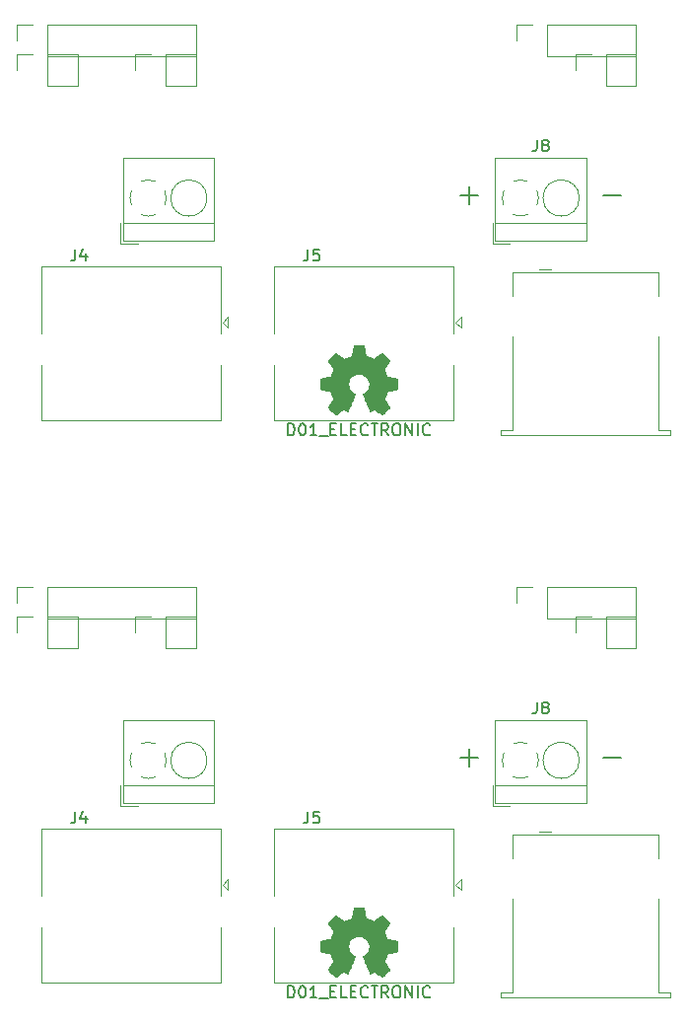
<source format=gbr>
G04 #@! TF.GenerationSoftware,KiCad,Pcbnew,5.1.5-52549c5~86~ubuntu18.04.1*
G04 #@! TF.CreationDate,2020-09-11T14:43:20-05:00*
G04 #@! TF.ProjectId,,58585858-5858-4585-9858-585858585858,rev?*
G04 #@! TF.SameCoordinates,Original*
G04 #@! TF.FileFunction,Legend,Top*
G04 #@! TF.FilePolarity,Positive*
%FSLAX46Y46*%
G04 Gerber Fmt 4.6, Leading zero omitted, Abs format (unit mm)*
G04 Created by KiCad (PCBNEW 5.1.5-52549c5~86~ubuntu18.04.1) date 2020-09-11 14:43:20*
%MOMM*%
%LPD*%
G04 APERTURE LIST*
%ADD10C,0.150000*%
%ADD11C,0.120000*%
%ADD12C,0.010000*%
G04 APERTURE END LIST*
D10*
X151180895Y-110388857D02*
X152704704Y-110388857D01*
X151942800Y-111150761D02*
X151942800Y-109626952D01*
X163449095Y-110388857D02*
X164972904Y-110388857D01*
X136371771Y-130957580D02*
X136371771Y-129957580D01*
X136609866Y-129957580D01*
X136752723Y-130005200D01*
X136847961Y-130100438D01*
X136895580Y-130195676D01*
X136943200Y-130386152D01*
X136943200Y-130529009D01*
X136895580Y-130719485D01*
X136847961Y-130814723D01*
X136752723Y-130909961D01*
X136609866Y-130957580D01*
X136371771Y-130957580D01*
X137562247Y-129957580D02*
X137657485Y-129957580D01*
X137752723Y-130005200D01*
X137800342Y-130052819D01*
X137847961Y-130148057D01*
X137895580Y-130338533D01*
X137895580Y-130576628D01*
X137847961Y-130767104D01*
X137800342Y-130862342D01*
X137752723Y-130909961D01*
X137657485Y-130957580D01*
X137562247Y-130957580D01*
X137467009Y-130909961D01*
X137419390Y-130862342D01*
X137371771Y-130767104D01*
X137324152Y-130576628D01*
X137324152Y-130338533D01*
X137371771Y-130148057D01*
X137419390Y-130052819D01*
X137467009Y-130005200D01*
X137562247Y-129957580D01*
X138847961Y-130957580D02*
X138276533Y-130957580D01*
X138562247Y-130957580D02*
X138562247Y-129957580D01*
X138467009Y-130100438D01*
X138371771Y-130195676D01*
X138276533Y-130243295D01*
X139038438Y-131052819D02*
X139800342Y-131052819D01*
X140038438Y-130433771D02*
X140371771Y-130433771D01*
X140514628Y-130957580D02*
X140038438Y-130957580D01*
X140038438Y-129957580D01*
X140514628Y-129957580D01*
X141419390Y-130957580D02*
X140943200Y-130957580D01*
X140943200Y-129957580D01*
X141752723Y-130433771D02*
X142086057Y-130433771D01*
X142228914Y-130957580D02*
X141752723Y-130957580D01*
X141752723Y-129957580D01*
X142228914Y-129957580D01*
X143228914Y-130862342D02*
X143181295Y-130909961D01*
X143038438Y-130957580D01*
X142943200Y-130957580D01*
X142800342Y-130909961D01*
X142705104Y-130814723D01*
X142657485Y-130719485D01*
X142609866Y-130529009D01*
X142609866Y-130386152D01*
X142657485Y-130195676D01*
X142705104Y-130100438D01*
X142800342Y-130005200D01*
X142943200Y-129957580D01*
X143038438Y-129957580D01*
X143181295Y-130005200D01*
X143228914Y-130052819D01*
X143514628Y-129957580D02*
X144086057Y-129957580D01*
X143800342Y-130957580D02*
X143800342Y-129957580D01*
X144990819Y-130957580D02*
X144657485Y-130481390D01*
X144419390Y-130957580D02*
X144419390Y-129957580D01*
X144800342Y-129957580D01*
X144895580Y-130005200D01*
X144943200Y-130052819D01*
X144990819Y-130148057D01*
X144990819Y-130290914D01*
X144943200Y-130386152D01*
X144895580Y-130433771D01*
X144800342Y-130481390D01*
X144419390Y-130481390D01*
X145609866Y-129957580D02*
X145800342Y-129957580D01*
X145895580Y-130005200D01*
X145990819Y-130100438D01*
X146038438Y-130290914D01*
X146038438Y-130624247D01*
X145990819Y-130814723D01*
X145895580Y-130909961D01*
X145800342Y-130957580D01*
X145609866Y-130957580D01*
X145514628Y-130909961D01*
X145419390Y-130814723D01*
X145371771Y-130624247D01*
X145371771Y-130290914D01*
X145419390Y-130100438D01*
X145514628Y-130005200D01*
X145609866Y-129957580D01*
X146467009Y-130957580D02*
X146467009Y-129957580D01*
X147038438Y-130957580D01*
X147038438Y-129957580D01*
X147514628Y-130957580D02*
X147514628Y-129957580D01*
X148562247Y-130862342D02*
X148514628Y-130909961D01*
X148371771Y-130957580D01*
X148276533Y-130957580D01*
X148133676Y-130909961D01*
X148038438Y-130814723D01*
X147990819Y-130719485D01*
X147943200Y-130529009D01*
X147943200Y-130386152D01*
X147990819Y-130195676D01*
X148038438Y-130100438D01*
X148133676Y-130005200D01*
X148276533Y-129957580D01*
X148371771Y-129957580D01*
X148514628Y-130005200D01*
X148562247Y-130052819D01*
X136371771Y-82697580D02*
X136371771Y-81697580D01*
X136609866Y-81697580D01*
X136752723Y-81745200D01*
X136847961Y-81840438D01*
X136895580Y-81935676D01*
X136943200Y-82126152D01*
X136943200Y-82269009D01*
X136895580Y-82459485D01*
X136847961Y-82554723D01*
X136752723Y-82649961D01*
X136609866Y-82697580D01*
X136371771Y-82697580D01*
X137562247Y-81697580D02*
X137657485Y-81697580D01*
X137752723Y-81745200D01*
X137800342Y-81792819D01*
X137847961Y-81888057D01*
X137895580Y-82078533D01*
X137895580Y-82316628D01*
X137847961Y-82507104D01*
X137800342Y-82602342D01*
X137752723Y-82649961D01*
X137657485Y-82697580D01*
X137562247Y-82697580D01*
X137467009Y-82649961D01*
X137419390Y-82602342D01*
X137371771Y-82507104D01*
X137324152Y-82316628D01*
X137324152Y-82078533D01*
X137371771Y-81888057D01*
X137419390Y-81792819D01*
X137467009Y-81745200D01*
X137562247Y-81697580D01*
X138847961Y-82697580D02*
X138276533Y-82697580D01*
X138562247Y-82697580D02*
X138562247Y-81697580D01*
X138467009Y-81840438D01*
X138371771Y-81935676D01*
X138276533Y-81983295D01*
X139038438Y-82792819D02*
X139800342Y-82792819D01*
X140038438Y-82173771D02*
X140371771Y-82173771D01*
X140514628Y-82697580D02*
X140038438Y-82697580D01*
X140038438Y-81697580D01*
X140514628Y-81697580D01*
X141419390Y-82697580D02*
X140943200Y-82697580D01*
X140943200Y-81697580D01*
X141752723Y-82173771D02*
X142086057Y-82173771D01*
X142228914Y-82697580D02*
X141752723Y-82697580D01*
X141752723Y-81697580D01*
X142228914Y-81697580D01*
X143228914Y-82602342D02*
X143181295Y-82649961D01*
X143038438Y-82697580D01*
X142943200Y-82697580D01*
X142800342Y-82649961D01*
X142705104Y-82554723D01*
X142657485Y-82459485D01*
X142609866Y-82269009D01*
X142609866Y-82126152D01*
X142657485Y-81935676D01*
X142705104Y-81840438D01*
X142800342Y-81745200D01*
X142943200Y-81697580D01*
X143038438Y-81697580D01*
X143181295Y-81745200D01*
X143228914Y-81792819D01*
X143514628Y-81697580D02*
X144086057Y-81697580D01*
X143800342Y-82697580D02*
X143800342Y-81697580D01*
X144990819Y-82697580D02*
X144657485Y-82221390D01*
X144419390Y-82697580D02*
X144419390Y-81697580D01*
X144800342Y-81697580D01*
X144895580Y-81745200D01*
X144943200Y-81792819D01*
X144990819Y-81888057D01*
X144990819Y-82030914D01*
X144943200Y-82126152D01*
X144895580Y-82173771D01*
X144800342Y-82221390D01*
X144419390Y-82221390D01*
X145609866Y-81697580D02*
X145800342Y-81697580D01*
X145895580Y-81745200D01*
X145990819Y-81840438D01*
X146038438Y-82030914D01*
X146038438Y-82364247D01*
X145990819Y-82554723D01*
X145895580Y-82649961D01*
X145800342Y-82697580D01*
X145609866Y-82697580D01*
X145514628Y-82649961D01*
X145419390Y-82554723D01*
X145371771Y-82364247D01*
X145371771Y-82030914D01*
X145419390Y-81840438D01*
X145514628Y-81745200D01*
X145609866Y-81697580D01*
X146467009Y-82697580D02*
X146467009Y-81697580D01*
X147038438Y-82697580D01*
X147038438Y-81697580D01*
X147514628Y-82697580D02*
X147514628Y-81697580D01*
X148562247Y-82602342D02*
X148514628Y-82649961D01*
X148371771Y-82697580D01*
X148276533Y-82697580D01*
X148133676Y-82649961D01*
X148038438Y-82554723D01*
X147990819Y-82459485D01*
X147943200Y-82269009D01*
X147943200Y-82126152D01*
X147990819Y-81935676D01*
X148038438Y-81840438D01*
X148133676Y-81745200D01*
X148276533Y-81697580D01*
X148371771Y-81697580D01*
X148514628Y-81745200D01*
X148562247Y-81792819D01*
X163449095Y-62128857D02*
X164972904Y-62128857D01*
X151180895Y-62128857D02*
X152704704Y-62128857D01*
X151942800Y-62890761D02*
X151942800Y-61366952D01*
D11*
X158600600Y-98386000D02*
X158600600Y-95726000D01*
X158600600Y-98386000D02*
X166280600Y-98386000D01*
X166280600Y-98386000D02*
X166280600Y-95726000D01*
X158600600Y-95726000D02*
X166280600Y-95726000D01*
X156000600Y-95726000D02*
X157330600Y-95726000D01*
X156000600Y-97056000D02*
X156000600Y-95726000D01*
X115700600Y-100926000D02*
X115700600Y-98266000D01*
X115700600Y-100926000D02*
X118300600Y-100926000D01*
X118300600Y-100926000D02*
X118300600Y-98266000D01*
X115700600Y-98266000D02*
X118300600Y-98266000D01*
X113100600Y-98266000D02*
X114430600Y-98266000D01*
X113100600Y-99596000D02*
X113100600Y-98266000D01*
X163680600Y-100926000D02*
X163680600Y-98266000D01*
X163680600Y-100926000D02*
X166280600Y-100926000D01*
X166280600Y-100926000D02*
X166280600Y-98266000D01*
X163680600Y-98266000D02*
X166280600Y-98266000D01*
X161080600Y-98266000D02*
X162410600Y-98266000D01*
X161080600Y-99596000D02*
X161080600Y-98266000D01*
X135150600Y-116436000D02*
X135150600Y-122176000D01*
X150570600Y-116436000D02*
X150570600Y-122176000D01*
X135150600Y-129656000D02*
X150570600Y-129656000D01*
X135150600Y-116436000D02*
X150570600Y-116436000D01*
X135150600Y-124926000D02*
X135150600Y-129656000D01*
X150570600Y-124926000D02*
X150570600Y-129656000D01*
X150730600Y-121246000D02*
X151230600Y-121746000D01*
X151230600Y-120746000D02*
X150730600Y-121246000D01*
X151230600Y-120746000D02*
X151230600Y-121746000D01*
X125860600Y-100926000D02*
X125860600Y-98266000D01*
X125860600Y-100926000D02*
X128460600Y-100926000D01*
X128460600Y-100926000D02*
X128460600Y-98266000D01*
X125860600Y-98266000D02*
X128460600Y-98266000D01*
X123260600Y-98266000D02*
X124590600Y-98266000D01*
X123260600Y-99596000D02*
X123260600Y-98266000D01*
D12*
G36*
X142999014Y-123706931D02*
G01*
X143082835Y-124151555D01*
X143392120Y-124279053D01*
X143701406Y-124406551D01*
X144072446Y-124154246D01*
X144176357Y-124083996D01*
X144270287Y-124021272D01*
X144349852Y-123968938D01*
X144410670Y-123929857D01*
X144448357Y-123906893D01*
X144458621Y-123901942D01*
X144477110Y-123914676D01*
X144516620Y-123949882D01*
X144572722Y-124003062D01*
X144640987Y-124069718D01*
X144716986Y-124145354D01*
X144796292Y-124225472D01*
X144874475Y-124305574D01*
X144947107Y-124381164D01*
X145009759Y-124447745D01*
X145058003Y-124500818D01*
X145087410Y-124535887D01*
X145094441Y-124547623D01*
X145084323Y-124569260D01*
X145055959Y-124616662D01*
X145012329Y-124685193D01*
X144956418Y-124770215D01*
X144891206Y-124867093D01*
X144853419Y-124922350D01*
X144784543Y-125023248D01*
X144723340Y-125114299D01*
X144672778Y-125190970D01*
X144635828Y-125248728D01*
X144615458Y-125283043D01*
X144612397Y-125290254D01*
X144619336Y-125310748D01*
X144638251Y-125358513D01*
X144666287Y-125426832D01*
X144700591Y-125508989D01*
X144738309Y-125598270D01*
X144776587Y-125687958D01*
X144812570Y-125771338D01*
X144843406Y-125841694D01*
X144866239Y-125892310D01*
X144878217Y-125916471D01*
X144878924Y-125917422D01*
X144897731Y-125922036D01*
X144947818Y-125932328D01*
X145023993Y-125947287D01*
X145121065Y-125965901D01*
X145233843Y-125987159D01*
X145299642Y-125999418D01*
X145420150Y-126022362D01*
X145528997Y-126044195D01*
X145620676Y-126063722D01*
X145689681Y-126079748D01*
X145730504Y-126091079D01*
X145738711Y-126094674D01*
X145746748Y-126119006D01*
X145753233Y-126173959D01*
X145758170Y-126253108D01*
X145761564Y-126350026D01*
X145763418Y-126458287D01*
X145763738Y-126571465D01*
X145762527Y-126683135D01*
X145759790Y-126786868D01*
X145755531Y-126876241D01*
X145749755Y-126944826D01*
X145742467Y-126986197D01*
X145738095Y-126994810D01*
X145711964Y-127005133D01*
X145656593Y-127019892D01*
X145579307Y-127037352D01*
X145487430Y-127055780D01*
X145455358Y-127061741D01*
X145300724Y-127090066D01*
X145178575Y-127112876D01*
X145084873Y-127131080D01*
X145015584Y-127145583D01*
X144966671Y-127157292D01*
X144934097Y-127167115D01*
X144913828Y-127175956D01*
X144901826Y-127184724D01*
X144900147Y-127186457D01*
X144883384Y-127214371D01*
X144857814Y-127268695D01*
X144825988Y-127342777D01*
X144790460Y-127429965D01*
X144753783Y-127523608D01*
X144718511Y-127617052D01*
X144687196Y-127703647D01*
X144662393Y-127776740D01*
X144646654Y-127829678D01*
X144642532Y-127855811D01*
X144642876Y-127856726D01*
X144656841Y-127878086D01*
X144688522Y-127925084D01*
X144734591Y-127992827D01*
X144791718Y-128076423D01*
X144856573Y-128170982D01*
X144875043Y-128197854D01*
X144940899Y-128295275D01*
X144998850Y-128384163D01*
X145045738Y-128459412D01*
X145078407Y-128515920D01*
X145093700Y-128548581D01*
X145094441Y-128552593D01*
X145081592Y-128573684D01*
X145046088Y-128615464D01*
X144992493Y-128673445D01*
X144925371Y-128743135D01*
X144849287Y-128820045D01*
X144768804Y-128899683D01*
X144688487Y-128977561D01*
X144612899Y-129049186D01*
X144546605Y-129110070D01*
X144494169Y-129155721D01*
X144460155Y-129181650D01*
X144450745Y-129185883D01*
X144428843Y-129175912D01*
X144384000Y-129149020D01*
X144323521Y-129109736D01*
X144276989Y-129078117D01*
X144192675Y-129020098D01*
X144092826Y-128951784D01*
X143992673Y-128883579D01*
X143938827Y-128847075D01*
X143756571Y-128723800D01*
X143603581Y-128806520D01*
X143533882Y-128842759D01*
X143474614Y-128870926D01*
X143434511Y-128886991D01*
X143424303Y-128889226D01*
X143412029Y-128872722D01*
X143387813Y-128826082D01*
X143353463Y-128753609D01*
X143310788Y-128659606D01*
X143261594Y-128548374D01*
X143207690Y-128424215D01*
X143150884Y-128291432D01*
X143092982Y-128154327D01*
X143035793Y-128017202D01*
X142981124Y-127884358D01*
X142930784Y-127760098D01*
X142886580Y-127648725D01*
X142850319Y-127554539D01*
X142823809Y-127481844D01*
X142808858Y-127434941D01*
X142806454Y-127418833D01*
X142825511Y-127398286D01*
X142867236Y-127364933D01*
X142922906Y-127325702D01*
X142927578Y-127322599D01*
X143071464Y-127207423D01*
X143187483Y-127073053D01*
X143274630Y-126923784D01*
X143331899Y-126763913D01*
X143358286Y-126597737D01*
X143352785Y-126429552D01*
X143314390Y-126263655D01*
X143242095Y-126104342D01*
X143220826Y-126069487D01*
X143110196Y-125928737D01*
X142979502Y-125815714D01*
X142833264Y-125731003D01*
X142676008Y-125675194D01*
X142512257Y-125648874D01*
X142346533Y-125652630D01*
X142183362Y-125687050D01*
X142027265Y-125752723D01*
X141882767Y-125850235D01*
X141838069Y-125889813D01*
X141724312Y-126013703D01*
X141641418Y-126144124D01*
X141584556Y-126290315D01*
X141552887Y-126435088D01*
X141545069Y-126597860D01*
X141571138Y-126761440D01*
X141628445Y-126920298D01*
X141714344Y-127068906D01*
X141826186Y-127201735D01*
X141961323Y-127313256D01*
X141979083Y-127325011D01*
X142035350Y-127363508D01*
X142078123Y-127396863D01*
X142098572Y-127418160D01*
X142098869Y-127418833D01*
X142094479Y-127441871D01*
X142077076Y-127494157D01*
X142048468Y-127571390D01*
X142010465Y-127669268D01*
X141964874Y-127783491D01*
X141913503Y-127909758D01*
X141858162Y-128043767D01*
X141800658Y-128181218D01*
X141742801Y-128317808D01*
X141686398Y-128449237D01*
X141633258Y-128571205D01*
X141585190Y-128679409D01*
X141544001Y-128769549D01*
X141511501Y-128837323D01*
X141489497Y-128878430D01*
X141480636Y-128889226D01*
X141453560Y-128880819D01*
X141402897Y-128858272D01*
X141337383Y-128825613D01*
X141301359Y-128806520D01*
X141148368Y-128723800D01*
X140966112Y-128847075D01*
X140873075Y-128910228D01*
X140771215Y-128979727D01*
X140675762Y-129045165D01*
X140627950Y-129078117D01*
X140560705Y-129123273D01*
X140503764Y-129159057D01*
X140464554Y-129180938D01*
X140451819Y-129185563D01*
X140433283Y-129173085D01*
X140392259Y-129138252D01*
X140332725Y-129084678D01*
X140258658Y-129015983D01*
X140174035Y-128935781D01*
X140120515Y-128884286D01*
X140026881Y-128792286D01*
X139945959Y-128709999D01*
X139881023Y-128640945D01*
X139835342Y-128588644D01*
X139812189Y-128556616D01*
X139809968Y-128550116D01*
X139820276Y-128525394D01*
X139848761Y-128475405D01*
X139892263Y-128405212D01*
X139947623Y-128319875D01*
X140011680Y-128224456D01*
X140029897Y-128197854D01*
X140096273Y-128101167D01*
X140155822Y-128014117D01*
X140205216Y-127941595D01*
X140241125Y-127888493D01*
X140260219Y-127859703D01*
X140262064Y-127856726D01*
X140259305Y-127833782D01*
X140244662Y-127783336D01*
X140220687Y-127712041D01*
X140189934Y-127626547D01*
X140154956Y-127533507D01*
X140118307Y-127439574D01*
X140082539Y-127351399D01*
X140050206Y-127275634D01*
X140023862Y-127218931D01*
X140006058Y-127187943D01*
X140004793Y-127186457D01*
X139993906Y-127177601D01*
X139975518Y-127168843D01*
X139945594Y-127159277D01*
X139900097Y-127147996D01*
X139834991Y-127134093D01*
X139746239Y-127116663D01*
X139629807Y-127094798D01*
X139481658Y-127067591D01*
X139449582Y-127061741D01*
X139354514Y-127043374D01*
X139271635Y-127025405D01*
X139208270Y-127009569D01*
X139171742Y-126997600D01*
X139166844Y-126994810D01*
X139158773Y-126970072D01*
X139152213Y-126914790D01*
X139147167Y-126835389D01*
X139143641Y-126738296D01*
X139141639Y-126629938D01*
X139141164Y-126516740D01*
X139142223Y-126405128D01*
X139144818Y-126301529D01*
X139148954Y-126212368D01*
X139154637Y-126144072D01*
X139161869Y-126103066D01*
X139166229Y-126094674D01*
X139190502Y-126086208D01*
X139245774Y-126072435D01*
X139326538Y-126054550D01*
X139427288Y-126033748D01*
X139542517Y-126011223D01*
X139605298Y-125999418D01*
X139724413Y-125977151D01*
X139830635Y-125956979D01*
X139918773Y-125939915D01*
X139983634Y-125926969D01*
X140020026Y-125919155D01*
X140026016Y-125917422D01*
X140036139Y-125897890D01*
X140057538Y-125850843D01*
X140087361Y-125783003D01*
X140122755Y-125701091D01*
X140160868Y-125611828D01*
X140198847Y-125521935D01*
X140233840Y-125438135D01*
X140262994Y-125367147D01*
X140283457Y-125315694D01*
X140292377Y-125290497D01*
X140292543Y-125289396D01*
X140282431Y-125269519D01*
X140254083Y-125223777D01*
X140210477Y-125156717D01*
X140154594Y-125072884D01*
X140089413Y-124976826D01*
X140051521Y-124921650D01*
X139982475Y-124820481D01*
X139921150Y-124728630D01*
X139870537Y-124650744D01*
X139833629Y-124591469D01*
X139813418Y-124555451D01*
X139810499Y-124547377D01*
X139823047Y-124528584D01*
X139857737Y-124488457D01*
X139910137Y-124431493D01*
X139975816Y-124362185D01*
X140050344Y-124285031D01*
X140129287Y-124204525D01*
X140208217Y-124125163D01*
X140282700Y-124051440D01*
X140348306Y-123987852D01*
X140400604Y-123938894D01*
X140435161Y-123909061D01*
X140446722Y-123901942D01*
X140465546Y-123911953D01*
X140510569Y-123940078D01*
X140577413Y-123983454D01*
X140661701Y-124039218D01*
X140759056Y-124104506D01*
X140832493Y-124154246D01*
X141203533Y-124406551D01*
X141822105Y-124151555D01*
X141905925Y-123706931D01*
X141989746Y-123262307D01*
X142915194Y-123262307D01*
X142999014Y-123706931D01*
G37*
X142999014Y-123706931D02*
X143082835Y-124151555D01*
X143392120Y-124279053D01*
X143701406Y-124406551D01*
X144072446Y-124154246D01*
X144176357Y-124083996D01*
X144270287Y-124021272D01*
X144349852Y-123968938D01*
X144410670Y-123929857D01*
X144448357Y-123906893D01*
X144458621Y-123901942D01*
X144477110Y-123914676D01*
X144516620Y-123949882D01*
X144572722Y-124003062D01*
X144640987Y-124069718D01*
X144716986Y-124145354D01*
X144796292Y-124225472D01*
X144874475Y-124305574D01*
X144947107Y-124381164D01*
X145009759Y-124447745D01*
X145058003Y-124500818D01*
X145087410Y-124535887D01*
X145094441Y-124547623D01*
X145084323Y-124569260D01*
X145055959Y-124616662D01*
X145012329Y-124685193D01*
X144956418Y-124770215D01*
X144891206Y-124867093D01*
X144853419Y-124922350D01*
X144784543Y-125023248D01*
X144723340Y-125114299D01*
X144672778Y-125190970D01*
X144635828Y-125248728D01*
X144615458Y-125283043D01*
X144612397Y-125290254D01*
X144619336Y-125310748D01*
X144638251Y-125358513D01*
X144666287Y-125426832D01*
X144700591Y-125508989D01*
X144738309Y-125598270D01*
X144776587Y-125687958D01*
X144812570Y-125771338D01*
X144843406Y-125841694D01*
X144866239Y-125892310D01*
X144878217Y-125916471D01*
X144878924Y-125917422D01*
X144897731Y-125922036D01*
X144947818Y-125932328D01*
X145023993Y-125947287D01*
X145121065Y-125965901D01*
X145233843Y-125987159D01*
X145299642Y-125999418D01*
X145420150Y-126022362D01*
X145528997Y-126044195D01*
X145620676Y-126063722D01*
X145689681Y-126079748D01*
X145730504Y-126091079D01*
X145738711Y-126094674D01*
X145746748Y-126119006D01*
X145753233Y-126173959D01*
X145758170Y-126253108D01*
X145761564Y-126350026D01*
X145763418Y-126458287D01*
X145763738Y-126571465D01*
X145762527Y-126683135D01*
X145759790Y-126786868D01*
X145755531Y-126876241D01*
X145749755Y-126944826D01*
X145742467Y-126986197D01*
X145738095Y-126994810D01*
X145711964Y-127005133D01*
X145656593Y-127019892D01*
X145579307Y-127037352D01*
X145487430Y-127055780D01*
X145455358Y-127061741D01*
X145300724Y-127090066D01*
X145178575Y-127112876D01*
X145084873Y-127131080D01*
X145015584Y-127145583D01*
X144966671Y-127157292D01*
X144934097Y-127167115D01*
X144913828Y-127175956D01*
X144901826Y-127184724D01*
X144900147Y-127186457D01*
X144883384Y-127214371D01*
X144857814Y-127268695D01*
X144825988Y-127342777D01*
X144790460Y-127429965D01*
X144753783Y-127523608D01*
X144718511Y-127617052D01*
X144687196Y-127703647D01*
X144662393Y-127776740D01*
X144646654Y-127829678D01*
X144642532Y-127855811D01*
X144642876Y-127856726D01*
X144656841Y-127878086D01*
X144688522Y-127925084D01*
X144734591Y-127992827D01*
X144791718Y-128076423D01*
X144856573Y-128170982D01*
X144875043Y-128197854D01*
X144940899Y-128295275D01*
X144998850Y-128384163D01*
X145045738Y-128459412D01*
X145078407Y-128515920D01*
X145093700Y-128548581D01*
X145094441Y-128552593D01*
X145081592Y-128573684D01*
X145046088Y-128615464D01*
X144992493Y-128673445D01*
X144925371Y-128743135D01*
X144849287Y-128820045D01*
X144768804Y-128899683D01*
X144688487Y-128977561D01*
X144612899Y-129049186D01*
X144546605Y-129110070D01*
X144494169Y-129155721D01*
X144460155Y-129181650D01*
X144450745Y-129185883D01*
X144428843Y-129175912D01*
X144384000Y-129149020D01*
X144323521Y-129109736D01*
X144276989Y-129078117D01*
X144192675Y-129020098D01*
X144092826Y-128951784D01*
X143992673Y-128883579D01*
X143938827Y-128847075D01*
X143756571Y-128723800D01*
X143603581Y-128806520D01*
X143533882Y-128842759D01*
X143474614Y-128870926D01*
X143434511Y-128886991D01*
X143424303Y-128889226D01*
X143412029Y-128872722D01*
X143387813Y-128826082D01*
X143353463Y-128753609D01*
X143310788Y-128659606D01*
X143261594Y-128548374D01*
X143207690Y-128424215D01*
X143150884Y-128291432D01*
X143092982Y-128154327D01*
X143035793Y-128017202D01*
X142981124Y-127884358D01*
X142930784Y-127760098D01*
X142886580Y-127648725D01*
X142850319Y-127554539D01*
X142823809Y-127481844D01*
X142808858Y-127434941D01*
X142806454Y-127418833D01*
X142825511Y-127398286D01*
X142867236Y-127364933D01*
X142922906Y-127325702D01*
X142927578Y-127322599D01*
X143071464Y-127207423D01*
X143187483Y-127073053D01*
X143274630Y-126923784D01*
X143331899Y-126763913D01*
X143358286Y-126597737D01*
X143352785Y-126429552D01*
X143314390Y-126263655D01*
X143242095Y-126104342D01*
X143220826Y-126069487D01*
X143110196Y-125928737D01*
X142979502Y-125815714D01*
X142833264Y-125731003D01*
X142676008Y-125675194D01*
X142512257Y-125648874D01*
X142346533Y-125652630D01*
X142183362Y-125687050D01*
X142027265Y-125752723D01*
X141882767Y-125850235D01*
X141838069Y-125889813D01*
X141724312Y-126013703D01*
X141641418Y-126144124D01*
X141584556Y-126290315D01*
X141552887Y-126435088D01*
X141545069Y-126597860D01*
X141571138Y-126761440D01*
X141628445Y-126920298D01*
X141714344Y-127068906D01*
X141826186Y-127201735D01*
X141961323Y-127313256D01*
X141979083Y-127325011D01*
X142035350Y-127363508D01*
X142078123Y-127396863D01*
X142098572Y-127418160D01*
X142098869Y-127418833D01*
X142094479Y-127441871D01*
X142077076Y-127494157D01*
X142048468Y-127571390D01*
X142010465Y-127669268D01*
X141964874Y-127783491D01*
X141913503Y-127909758D01*
X141858162Y-128043767D01*
X141800658Y-128181218D01*
X141742801Y-128317808D01*
X141686398Y-128449237D01*
X141633258Y-128571205D01*
X141585190Y-128679409D01*
X141544001Y-128769549D01*
X141511501Y-128837323D01*
X141489497Y-128878430D01*
X141480636Y-128889226D01*
X141453560Y-128880819D01*
X141402897Y-128858272D01*
X141337383Y-128825613D01*
X141301359Y-128806520D01*
X141148368Y-128723800D01*
X140966112Y-128847075D01*
X140873075Y-128910228D01*
X140771215Y-128979727D01*
X140675762Y-129045165D01*
X140627950Y-129078117D01*
X140560705Y-129123273D01*
X140503764Y-129159057D01*
X140464554Y-129180938D01*
X140451819Y-129185563D01*
X140433283Y-129173085D01*
X140392259Y-129138252D01*
X140332725Y-129084678D01*
X140258658Y-129015983D01*
X140174035Y-128935781D01*
X140120515Y-128884286D01*
X140026881Y-128792286D01*
X139945959Y-128709999D01*
X139881023Y-128640945D01*
X139835342Y-128588644D01*
X139812189Y-128556616D01*
X139809968Y-128550116D01*
X139820276Y-128525394D01*
X139848761Y-128475405D01*
X139892263Y-128405212D01*
X139947623Y-128319875D01*
X140011680Y-128224456D01*
X140029897Y-128197854D01*
X140096273Y-128101167D01*
X140155822Y-128014117D01*
X140205216Y-127941595D01*
X140241125Y-127888493D01*
X140260219Y-127859703D01*
X140262064Y-127856726D01*
X140259305Y-127833782D01*
X140244662Y-127783336D01*
X140220687Y-127712041D01*
X140189934Y-127626547D01*
X140154956Y-127533507D01*
X140118307Y-127439574D01*
X140082539Y-127351399D01*
X140050206Y-127275634D01*
X140023862Y-127218931D01*
X140006058Y-127187943D01*
X140004793Y-127186457D01*
X139993906Y-127177601D01*
X139975518Y-127168843D01*
X139945594Y-127159277D01*
X139900097Y-127147996D01*
X139834991Y-127134093D01*
X139746239Y-127116663D01*
X139629807Y-127094798D01*
X139481658Y-127067591D01*
X139449582Y-127061741D01*
X139354514Y-127043374D01*
X139271635Y-127025405D01*
X139208270Y-127009569D01*
X139171742Y-126997600D01*
X139166844Y-126994810D01*
X139158773Y-126970072D01*
X139152213Y-126914790D01*
X139147167Y-126835389D01*
X139143641Y-126738296D01*
X139141639Y-126629938D01*
X139141164Y-126516740D01*
X139142223Y-126405128D01*
X139144818Y-126301529D01*
X139148954Y-126212368D01*
X139154637Y-126144072D01*
X139161869Y-126103066D01*
X139166229Y-126094674D01*
X139190502Y-126086208D01*
X139245774Y-126072435D01*
X139326538Y-126054550D01*
X139427288Y-126033748D01*
X139542517Y-126011223D01*
X139605298Y-125999418D01*
X139724413Y-125977151D01*
X139830635Y-125956979D01*
X139918773Y-125939915D01*
X139983634Y-125926969D01*
X140020026Y-125919155D01*
X140026016Y-125917422D01*
X140036139Y-125897890D01*
X140057538Y-125850843D01*
X140087361Y-125783003D01*
X140122755Y-125701091D01*
X140160868Y-125611828D01*
X140198847Y-125521935D01*
X140233840Y-125438135D01*
X140262994Y-125367147D01*
X140283457Y-125315694D01*
X140292377Y-125290497D01*
X140292543Y-125289396D01*
X140282431Y-125269519D01*
X140254083Y-125223777D01*
X140210477Y-125156717D01*
X140154594Y-125072884D01*
X140089413Y-124976826D01*
X140051521Y-124921650D01*
X139982475Y-124820481D01*
X139921150Y-124728630D01*
X139870537Y-124650744D01*
X139833629Y-124591469D01*
X139813418Y-124555451D01*
X139810499Y-124547377D01*
X139823047Y-124528584D01*
X139857737Y-124488457D01*
X139910137Y-124431493D01*
X139975816Y-124362185D01*
X140050344Y-124285031D01*
X140129287Y-124204525D01*
X140208217Y-124125163D01*
X140282700Y-124051440D01*
X140348306Y-123987852D01*
X140400604Y-123938894D01*
X140435161Y-123909061D01*
X140446722Y-123901942D01*
X140465546Y-123911953D01*
X140510569Y-123940078D01*
X140577413Y-123983454D01*
X140661701Y-124039218D01*
X140759056Y-124104506D01*
X140832493Y-124154246D01*
X141203533Y-124406551D01*
X141822105Y-124151555D01*
X141905925Y-123706931D01*
X141989746Y-123262307D01*
X142915194Y-123262307D01*
X142999014Y-123706931D01*
D11*
X115150600Y-116436000D02*
X115150600Y-122176000D01*
X130570600Y-116436000D02*
X130570600Y-122176000D01*
X115150600Y-129656000D02*
X130570600Y-129656000D01*
X115150600Y-116436000D02*
X130570600Y-116436000D01*
X115150600Y-124926000D02*
X115150600Y-129656000D01*
X130570600Y-124926000D02*
X130570600Y-129656000D01*
X130730600Y-121246000D02*
X131230600Y-121746000D01*
X131230600Y-120746000D02*
X130730600Y-121246000D01*
X131230600Y-120746000D02*
X131230600Y-121746000D01*
X124965987Y-112022985D02*
G75*
G02X124358400Y-112146600I-607587J1431385D01*
G01*
X125790509Y-109983858D02*
G75*
G02X125790400Y-111199600I-1432109J-607742D01*
G01*
X123750658Y-109159491D02*
G75*
G02X124966400Y-109159600I607742J-1432109D01*
G01*
X122926291Y-111199342D02*
G75*
G02X122926400Y-109983600I1432109J607742D01*
G01*
X124385411Y-112147092D02*
G75*
G02X123750400Y-112023600I-27011J1555492D01*
G01*
X129413400Y-110591600D02*
G75*
G03X129413400Y-110591600I-1555000J0D01*
G01*
X122198400Y-112691600D02*
X130018400Y-112691600D01*
X122198400Y-107131600D02*
X130018400Y-107131600D01*
X122198400Y-114251600D02*
X130018400Y-114251600D01*
X122198400Y-107131600D02*
X122198400Y-114251600D01*
X130018400Y-107131600D02*
X130018400Y-114251600D01*
X121958400Y-112751600D02*
X121958400Y-114491600D01*
X121958400Y-114491600D02*
X123458400Y-114491600D01*
X156944587Y-112022985D02*
G75*
G02X156337000Y-112146600I-607587J1431385D01*
G01*
X157769109Y-109983858D02*
G75*
G02X157769000Y-111199600I-1432109J-607742D01*
G01*
X155729258Y-109159491D02*
G75*
G02X156945000Y-109159600I607742J-1432109D01*
G01*
X154904891Y-111199342D02*
G75*
G02X154905000Y-109983600I1432109J607742D01*
G01*
X156364011Y-112147092D02*
G75*
G02X155729000Y-112023600I-27011J1555492D01*
G01*
X161392000Y-110591600D02*
G75*
G03X161392000Y-110591600I-1555000J0D01*
G01*
X154177000Y-112691600D02*
X161997000Y-112691600D01*
X154177000Y-107131600D02*
X161997000Y-107131600D01*
X154177000Y-114251600D02*
X161997000Y-114251600D01*
X154177000Y-107131600D02*
X154177000Y-114251600D01*
X161997000Y-107131600D02*
X161997000Y-114251600D01*
X153937000Y-112751600D02*
X153937000Y-114491600D01*
X153937000Y-114491600D02*
X155437000Y-114491600D01*
X157930600Y-116723000D02*
X158930600Y-116723000D01*
X154680600Y-130473000D02*
X154680600Y-130973000D01*
X155680600Y-130473000D02*
X154680600Y-130473000D01*
X155680600Y-122473000D02*
X155680600Y-130473000D01*
X155680600Y-116973000D02*
X155680600Y-118973000D01*
X168180600Y-116973000D02*
X155680600Y-116973000D01*
X168180600Y-118973000D02*
X168180600Y-116973000D01*
X168180600Y-130473000D02*
X168180600Y-122473000D01*
X169180600Y-130473000D02*
X168180600Y-130473000D01*
X169180600Y-130973000D02*
X169180600Y-130473000D01*
X154680600Y-130973000D02*
X169180600Y-130973000D01*
X115700600Y-98386000D02*
X115700600Y-95726000D01*
X115700600Y-98386000D02*
X128460600Y-98386000D01*
X128460600Y-98386000D02*
X128460600Y-95726000D01*
X115700600Y-95726000D02*
X128460600Y-95726000D01*
X113100600Y-95726000D02*
X114430600Y-95726000D01*
X113100600Y-97056000D02*
X113100600Y-95726000D01*
D12*
G36*
X142999014Y-75446931D02*
G01*
X143082835Y-75891555D01*
X143392120Y-76019053D01*
X143701406Y-76146551D01*
X144072446Y-75894246D01*
X144176357Y-75823996D01*
X144270287Y-75761272D01*
X144349852Y-75708938D01*
X144410670Y-75669857D01*
X144448357Y-75646893D01*
X144458621Y-75641942D01*
X144477110Y-75654676D01*
X144516620Y-75689882D01*
X144572722Y-75743062D01*
X144640987Y-75809718D01*
X144716986Y-75885354D01*
X144796292Y-75965472D01*
X144874475Y-76045574D01*
X144947107Y-76121164D01*
X145009759Y-76187745D01*
X145058003Y-76240818D01*
X145087410Y-76275887D01*
X145094441Y-76287623D01*
X145084323Y-76309260D01*
X145055959Y-76356662D01*
X145012329Y-76425193D01*
X144956418Y-76510215D01*
X144891206Y-76607093D01*
X144853419Y-76662350D01*
X144784543Y-76763248D01*
X144723340Y-76854299D01*
X144672778Y-76930970D01*
X144635828Y-76988728D01*
X144615458Y-77023043D01*
X144612397Y-77030254D01*
X144619336Y-77050748D01*
X144638251Y-77098513D01*
X144666287Y-77166832D01*
X144700591Y-77248989D01*
X144738309Y-77338270D01*
X144776587Y-77427958D01*
X144812570Y-77511338D01*
X144843406Y-77581694D01*
X144866239Y-77632310D01*
X144878217Y-77656471D01*
X144878924Y-77657422D01*
X144897731Y-77662036D01*
X144947818Y-77672328D01*
X145023993Y-77687287D01*
X145121065Y-77705901D01*
X145233843Y-77727159D01*
X145299642Y-77739418D01*
X145420150Y-77762362D01*
X145528997Y-77784195D01*
X145620676Y-77803722D01*
X145689681Y-77819748D01*
X145730504Y-77831079D01*
X145738711Y-77834674D01*
X145746748Y-77859006D01*
X145753233Y-77913959D01*
X145758170Y-77993108D01*
X145761564Y-78090026D01*
X145763418Y-78198287D01*
X145763738Y-78311465D01*
X145762527Y-78423135D01*
X145759790Y-78526868D01*
X145755531Y-78616241D01*
X145749755Y-78684826D01*
X145742467Y-78726197D01*
X145738095Y-78734810D01*
X145711964Y-78745133D01*
X145656593Y-78759892D01*
X145579307Y-78777352D01*
X145487430Y-78795780D01*
X145455358Y-78801741D01*
X145300724Y-78830066D01*
X145178575Y-78852876D01*
X145084873Y-78871080D01*
X145015584Y-78885583D01*
X144966671Y-78897292D01*
X144934097Y-78907115D01*
X144913828Y-78915956D01*
X144901826Y-78924724D01*
X144900147Y-78926457D01*
X144883384Y-78954371D01*
X144857814Y-79008695D01*
X144825988Y-79082777D01*
X144790460Y-79169965D01*
X144753783Y-79263608D01*
X144718511Y-79357052D01*
X144687196Y-79443647D01*
X144662393Y-79516740D01*
X144646654Y-79569678D01*
X144642532Y-79595811D01*
X144642876Y-79596726D01*
X144656841Y-79618086D01*
X144688522Y-79665084D01*
X144734591Y-79732827D01*
X144791718Y-79816423D01*
X144856573Y-79910982D01*
X144875043Y-79937854D01*
X144940899Y-80035275D01*
X144998850Y-80124163D01*
X145045738Y-80199412D01*
X145078407Y-80255920D01*
X145093700Y-80288581D01*
X145094441Y-80292593D01*
X145081592Y-80313684D01*
X145046088Y-80355464D01*
X144992493Y-80413445D01*
X144925371Y-80483135D01*
X144849287Y-80560045D01*
X144768804Y-80639683D01*
X144688487Y-80717561D01*
X144612899Y-80789186D01*
X144546605Y-80850070D01*
X144494169Y-80895721D01*
X144460155Y-80921650D01*
X144450745Y-80925883D01*
X144428843Y-80915912D01*
X144384000Y-80889020D01*
X144323521Y-80849736D01*
X144276989Y-80818117D01*
X144192675Y-80760098D01*
X144092826Y-80691784D01*
X143992673Y-80623579D01*
X143938827Y-80587075D01*
X143756571Y-80463800D01*
X143603581Y-80546520D01*
X143533882Y-80582759D01*
X143474614Y-80610926D01*
X143434511Y-80626991D01*
X143424303Y-80629226D01*
X143412029Y-80612722D01*
X143387813Y-80566082D01*
X143353463Y-80493609D01*
X143310788Y-80399606D01*
X143261594Y-80288374D01*
X143207690Y-80164215D01*
X143150884Y-80031432D01*
X143092982Y-79894327D01*
X143035793Y-79757202D01*
X142981124Y-79624358D01*
X142930784Y-79500098D01*
X142886580Y-79388725D01*
X142850319Y-79294539D01*
X142823809Y-79221844D01*
X142808858Y-79174941D01*
X142806454Y-79158833D01*
X142825511Y-79138286D01*
X142867236Y-79104933D01*
X142922906Y-79065702D01*
X142927578Y-79062599D01*
X143071464Y-78947423D01*
X143187483Y-78813053D01*
X143274630Y-78663784D01*
X143331899Y-78503913D01*
X143358286Y-78337737D01*
X143352785Y-78169552D01*
X143314390Y-78003655D01*
X143242095Y-77844342D01*
X143220826Y-77809487D01*
X143110196Y-77668737D01*
X142979502Y-77555714D01*
X142833264Y-77471003D01*
X142676008Y-77415194D01*
X142512257Y-77388874D01*
X142346533Y-77392630D01*
X142183362Y-77427050D01*
X142027265Y-77492723D01*
X141882767Y-77590235D01*
X141838069Y-77629813D01*
X141724312Y-77753703D01*
X141641418Y-77884124D01*
X141584556Y-78030315D01*
X141552887Y-78175088D01*
X141545069Y-78337860D01*
X141571138Y-78501440D01*
X141628445Y-78660298D01*
X141714344Y-78808906D01*
X141826186Y-78941735D01*
X141961323Y-79053256D01*
X141979083Y-79065011D01*
X142035350Y-79103508D01*
X142078123Y-79136863D01*
X142098572Y-79158160D01*
X142098869Y-79158833D01*
X142094479Y-79181871D01*
X142077076Y-79234157D01*
X142048468Y-79311390D01*
X142010465Y-79409268D01*
X141964874Y-79523491D01*
X141913503Y-79649758D01*
X141858162Y-79783767D01*
X141800658Y-79921218D01*
X141742801Y-80057808D01*
X141686398Y-80189237D01*
X141633258Y-80311205D01*
X141585190Y-80419409D01*
X141544001Y-80509549D01*
X141511501Y-80577323D01*
X141489497Y-80618430D01*
X141480636Y-80629226D01*
X141453560Y-80620819D01*
X141402897Y-80598272D01*
X141337383Y-80565613D01*
X141301359Y-80546520D01*
X141148368Y-80463800D01*
X140966112Y-80587075D01*
X140873075Y-80650228D01*
X140771215Y-80719727D01*
X140675762Y-80785165D01*
X140627950Y-80818117D01*
X140560705Y-80863273D01*
X140503764Y-80899057D01*
X140464554Y-80920938D01*
X140451819Y-80925563D01*
X140433283Y-80913085D01*
X140392259Y-80878252D01*
X140332725Y-80824678D01*
X140258658Y-80755983D01*
X140174035Y-80675781D01*
X140120515Y-80624286D01*
X140026881Y-80532286D01*
X139945959Y-80449999D01*
X139881023Y-80380945D01*
X139835342Y-80328644D01*
X139812189Y-80296616D01*
X139809968Y-80290116D01*
X139820276Y-80265394D01*
X139848761Y-80215405D01*
X139892263Y-80145212D01*
X139947623Y-80059875D01*
X140011680Y-79964456D01*
X140029897Y-79937854D01*
X140096273Y-79841167D01*
X140155822Y-79754117D01*
X140205216Y-79681595D01*
X140241125Y-79628493D01*
X140260219Y-79599703D01*
X140262064Y-79596726D01*
X140259305Y-79573782D01*
X140244662Y-79523336D01*
X140220687Y-79452041D01*
X140189934Y-79366547D01*
X140154956Y-79273507D01*
X140118307Y-79179574D01*
X140082539Y-79091399D01*
X140050206Y-79015634D01*
X140023862Y-78958931D01*
X140006058Y-78927943D01*
X140004793Y-78926457D01*
X139993906Y-78917601D01*
X139975518Y-78908843D01*
X139945594Y-78899277D01*
X139900097Y-78887996D01*
X139834991Y-78874093D01*
X139746239Y-78856663D01*
X139629807Y-78834798D01*
X139481658Y-78807591D01*
X139449582Y-78801741D01*
X139354514Y-78783374D01*
X139271635Y-78765405D01*
X139208270Y-78749569D01*
X139171742Y-78737600D01*
X139166844Y-78734810D01*
X139158773Y-78710072D01*
X139152213Y-78654790D01*
X139147167Y-78575389D01*
X139143641Y-78478296D01*
X139141639Y-78369938D01*
X139141164Y-78256740D01*
X139142223Y-78145128D01*
X139144818Y-78041529D01*
X139148954Y-77952368D01*
X139154637Y-77884072D01*
X139161869Y-77843066D01*
X139166229Y-77834674D01*
X139190502Y-77826208D01*
X139245774Y-77812435D01*
X139326538Y-77794550D01*
X139427288Y-77773748D01*
X139542517Y-77751223D01*
X139605298Y-77739418D01*
X139724413Y-77717151D01*
X139830635Y-77696979D01*
X139918773Y-77679915D01*
X139983634Y-77666969D01*
X140020026Y-77659155D01*
X140026016Y-77657422D01*
X140036139Y-77637890D01*
X140057538Y-77590843D01*
X140087361Y-77523003D01*
X140122755Y-77441091D01*
X140160868Y-77351828D01*
X140198847Y-77261935D01*
X140233840Y-77178135D01*
X140262994Y-77107147D01*
X140283457Y-77055694D01*
X140292377Y-77030497D01*
X140292543Y-77029396D01*
X140282431Y-77009519D01*
X140254083Y-76963777D01*
X140210477Y-76896717D01*
X140154594Y-76812884D01*
X140089413Y-76716826D01*
X140051521Y-76661650D01*
X139982475Y-76560481D01*
X139921150Y-76468630D01*
X139870537Y-76390744D01*
X139833629Y-76331469D01*
X139813418Y-76295451D01*
X139810499Y-76287377D01*
X139823047Y-76268584D01*
X139857737Y-76228457D01*
X139910137Y-76171493D01*
X139975816Y-76102185D01*
X140050344Y-76025031D01*
X140129287Y-75944525D01*
X140208217Y-75865163D01*
X140282700Y-75791440D01*
X140348306Y-75727852D01*
X140400604Y-75678894D01*
X140435161Y-75649061D01*
X140446722Y-75641942D01*
X140465546Y-75651953D01*
X140510569Y-75680078D01*
X140577413Y-75723454D01*
X140661701Y-75779218D01*
X140759056Y-75844506D01*
X140832493Y-75894246D01*
X141203533Y-76146551D01*
X141822105Y-75891555D01*
X141905925Y-75446931D01*
X141989746Y-75002307D01*
X142915194Y-75002307D01*
X142999014Y-75446931D01*
G37*
X142999014Y-75446931D02*
X143082835Y-75891555D01*
X143392120Y-76019053D01*
X143701406Y-76146551D01*
X144072446Y-75894246D01*
X144176357Y-75823996D01*
X144270287Y-75761272D01*
X144349852Y-75708938D01*
X144410670Y-75669857D01*
X144448357Y-75646893D01*
X144458621Y-75641942D01*
X144477110Y-75654676D01*
X144516620Y-75689882D01*
X144572722Y-75743062D01*
X144640987Y-75809718D01*
X144716986Y-75885354D01*
X144796292Y-75965472D01*
X144874475Y-76045574D01*
X144947107Y-76121164D01*
X145009759Y-76187745D01*
X145058003Y-76240818D01*
X145087410Y-76275887D01*
X145094441Y-76287623D01*
X145084323Y-76309260D01*
X145055959Y-76356662D01*
X145012329Y-76425193D01*
X144956418Y-76510215D01*
X144891206Y-76607093D01*
X144853419Y-76662350D01*
X144784543Y-76763248D01*
X144723340Y-76854299D01*
X144672778Y-76930970D01*
X144635828Y-76988728D01*
X144615458Y-77023043D01*
X144612397Y-77030254D01*
X144619336Y-77050748D01*
X144638251Y-77098513D01*
X144666287Y-77166832D01*
X144700591Y-77248989D01*
X144738309Y-77338270D01*
X144776587Y-77427958D01*
X144812570Y-77511338D01*
X144843406Y-77581694D01*
X144866239Y-77632310D01*
X144878217Y-77656471D01*
X144878924Y-77657422D01*
X144897731Y-77662036D01*
X144947818Y-77672328D01*
X145023993Y-77687287D01*
X145121065Y-77705901D01*
X145233843Y-77727159D01*
X145299642Y-77739418D01*
X145420150Y-77762362D01*
X145528997Y-77784195D01*
X145620676Y-77803722D01*
X145689681Y-77819748D01*
X145730504Y-77831079D01*
X145738711Y-77834674D01*
X145746748Y-77859006D01*
X145753233Y-77913959D01*
X145758170Y-77993108D01*
X145761564Y-78090026D01*
X145763418Y-78198287D01*
X145763738Y-78311465D01*
X145762527Y-78423135D01*
X145759790Y-78526868D01*
X145755531Y-78616241D01*
X145749755Y-78684826D01*
X145742467Y-78726197D01*
X145738095Y-78734810D01*
X145711964Y-78745133D01*
X145656593Y-78759892D01*
X145579307Y-78777352D01*
X145487430Y-78795780D01*
X145455358Y-78801741D01*
X145300724Y-78830066D01*
X145178575Y-78852876D01*
X145084873Y-78871080D01*
X145015584Y-78885583D01*
X144966671Y-78897292D01*
X144934097Y-78907115D01*
X144913828Y-78915956D01*
X144901826Y-78924724D01*
X144900147Y-78926457D01*
X144883384Y-78954371D01*
X144857814Y-79008695D01*
X144825988Y-79082777D01*
X144790460Y-79169965D01*
X144753783Y-79263608D01*
X144718511Y-79357052D01*
X144687196Y-79443647D01*
X144662393Y-79516740D01*
X144646654Y-79569678D01*
X144642532Y-79595811D01*
X144642876Y-79596726D01*
X144656841Y-79618086D01*
X144688522Y-79665084D01*
X144734591Y-79732827D01*
X144791718Y-79816423D01*
X144856573Y-79910982D01*
X144875043Y-79937854D01*
X144940899Y-80035275D01*
X144998850Y-80124163D01*
X145045738Y-80199412D01*
X145078407Y-80255920D01*
X145093700Y-80288581D01*
X145094441Y-80292593D01*
X145081592Y-80313684D01*
X145046088Y-80355464D01*
X144992493Y-80413445D01*
X144925371Y-80483135D01*
X144849287Y-80560045D01*
X144768804Y-80639683D01*
X144688487Y-80717561D01*
X144612899Y-80789186D01*
X144546605Y-80850070D01*
X144494169Y-80895721D01*
X144460155Y-80921650D01*
X144450745Y-80925883D01*
X144428843Y-80915912D01*
X144384000Y-80889020D01*
X144323521Y-80849736D01*
X144276989Y-80818117D01*
X144192675Y-80760098D01*
X144092826Y-80691784D01*
X143992673Y-80623579D01*
X143938827Y-80587075D01*
X143756571Y-80463800D01*
X143603581Y-80546520D01*
X143533882Y-80582759D01*
X143474614Y-80610926D01*
X143434511Y-80626991D01*
X143424303Y-80629226D01*
X143412029Y-80612722D01*
X143387813Y-80566082D01*
X143353463Y-80493609D01*
X143310788Y-80399606D01*
X143261594Y-80288374D01*
X143207690Y-80164215D01*
X143150884Y-80031432D01*
X143092982Y-79894327D01*
X143035793Y-79757202D01*
X142981124Y-79624358D01*
X142930784Y-79500098D01*
X142886580Y-79388725D01*
X142850319Y-79294539D01*
X142823809Y-79221844D01*
X142808858Y-79174941D01*
X142806454Y-79158833D01*
X142825511Y-79138286D01*
X142867236Y-79104933D01*
X142922906Y-79065702D01*
X142927578Y-79062599D01*
X143071464Y-78947423D01*
X143187483Y-78813053D01*
X143274630Y-78663784D01*
X143331899Y-78503913D01*
X143358286Y-78337737D01*
X143352785Y-78169552D01*
X143314390Y-78003655D01*
X143242095Y-77844342D01*
X143220826Y-77809487D01*
X143110196Y-77668737D01*
X142979502Y-77555714D01*
X142833264Y-77471003D01*
X142676008Y-77415194D01*
X142512257Y-77388874D01*
X142346533Y-77392630D01*
X142183362Y-77427050D01*
X142027265Y-77492723D01*
X141882767Y-77590235D01*
X141838069Y-77629813D01*
X141724312Y-77753703D01*
X141641418Y-77884124D01*
X141584556Y-78030315D01*
X141552887Y-78175088D01*
X141545069Y-78337860D01*
X141571138Y-78501440D01*
X141628445Y-78660298D01*
X141714344Y-78808906D01*
X141826186Y-78941735D01*
X141961323Y-79053256D01*
X141979083Y-79065011D01*
X142035350Y-79103508D01*
X142078123Y-79136863D01*
X142098572Y-79158160D01*
X142098869Y-79158833D01*
X142094479Y-79181871D01*
X142077076Y-79234157D01*
X142048468Y-79311390D01*
X142010465Y-79409268D01*
X141964874Y-79523491D01*
X141913503Y-79649758D01*
X141858162Y-79783767D01*
X141800658Y-79921218D01*
X141742801Y-80057808D01*
X141686398Y-80189237D01*
X141633258Y-80311205D01*
X141585190Y-80419409D01*
X141544001Y-80509549D01*
X141511501Y-80577323D01*
X141489497Y-80618430D01*
X141480636Y-80629226D01*
X141453560Y-80620819D01*
X141402897Y-80598272D01*
X141337383Y-80565613D01*
X141301359Y-80546520D01*
X141148368Y-80463800D01*
X140966112Y-80587075D01*
X140873075Y-80650228D01*
X140771215Y-80719727D01*
X140675762Y-80785165D01*
X140627950Y-80818117D01*
X140560705Y-80863273D01*
X140503764Y-80899057D01*
X140464554Y-80920938D01*
X140451819Y-80925563D01*
X140433283Y-80913085D01*
X140392259Y-80878252D01*
X140332725Y-80824678D01*
X140258658Y-80755983D01*
X140174035Y-80675781D01*
X140120515Y-80624286D01*
X140026881Y-80532286D01*
X139945959Y-80449999D01*
X139881023Y-80380945D01*
X139835342Y-80328644D01*
X139812189Y-80296616D01*
X139809968Y-80290116D01*
X139820276Y-80265394D01*
X139848761Y-80215405D01*
X139892263Y-80145212D01*
X139947623Y-80059875D01*
X140011680Y-79964456D01*
X140029897Y-79937854D01*
X140096273Y-79841167D01*
X140155822Y-79754117D01*
X140205216Y-79681595D01*
X140241125Y-79628493D01*
X140260219Y-79599703D01*
X140262064Y-79596726D01*
X140259305Y-79573782D01*
X140244662Y-79523336D01*
X140220687Y-79452041D01*
X140189934Y-79366547D01*
X140154956Y-79273507D01*
X140118307Y-79179574D01*
X140082539Y-79091399D01*
X140050206Y-79015634D01*
X140023862Y-78958931D01*
X140006058Y-78927943D01*
X140004793Y-78926457D01*
X139993906Y-78917601D01*
X139975518Y-78908843D01*
X139945594Y-78899277D01*
X139900097Y-78887996D01*
X139834991Y-78874093D01*
X139746239Y-78856663D01*
X139629807Y-78834798D01*
X139481658Y-78807591D01*
X139449582Y-78801741D01*
X139354514Y-78783374D01*
X139271635Y-78765405D01*
X139208270Y-78749569D01*
X139171742Y-78737600D01*
X139166844Y-78734810D01*
X139158773Y-78710072D01*
X139152213Y-78654790D01*
X139147167Y-78575389D01*
X139143641Y-78478296D01*
X139141639Y-78369938D01*
X139141164Y-78256740D01*
X139142223Y-78145128D01*
X139144818Y-78041529D01*
X139148954Y-77952368D01*
X139154637Y-77884072D01*
X139161869Y-77843066D01*
X139166229Y-77834674D01*
X139190502Y-77826208D01*
X139245774Y-77812435D01*
X139326538Y-77794550D01*
X139427288Y-77773748D01*
X139542517Y-77751223D01*
X139605298Y-77739418D01*
X139724413Y-77717151D01*
X139830635Y-77696979D01*
X139918773Y-77679915D01*
X139983634Y-77666969D01*
X140020026Y-77659155D01*
X140026016Y-77657422D01*
X140036139Y-77637890D01*
X140057538Y-77590843D01*
X140087361Y-77523003D01*
X140122755Y-77441091D01*
X140160868Y-77351828D01*
X140198847Y-77261935D01*
X140233840Y-77178135D01*
X140262994Y-77107147D01*
X140283457Y-77055694D01*
X140292377Y-77030497D01*
X140292543Y-77029396D01*
X140282431Y-77009519D01*
X140254083Y-76963777D01*
X140210477Y-76896717D01*
X140154594Y-76812884D01*
X140089413Y-76716826D01*
X140051521Y-76661650D01*
X139982475Y-76560481D01*
X139921150Y-76468630D01*
X139870537Y-76390744D01*
X139833629Y-76331469D01*
X139813418Y-76295451D01*
X139810499Y-76287377D01*
X139823047Y-76268584D01*
X139857737Y-76228457D01*
X139910137Y-76171493D01*
X139975816Y-76102185D01*
X140050344Y-76025031D01*
X140129287Y-75944525D01*
X140208217Y-75865163D01*
X140282700Y-75791440D01*
X140348306Y-75727852D01*
X140400604Y-75678894D01*
X140435161Y-75649061D01*
X140446722Y-75641942D01*
X140465546Y-75651953D01*
X140510569Y-75680078D01*
X140577413Y-75723454D01*
X140661701Y-75779218D01*
X140759056Y-75844506D01*
X140832493Y-75894246D01*
X141203533Y-76146551D01*
X141822105Y-75891555D01*
X141905925Y-75446931D01*
X141989746Y-75002307D01*
X142915194Y-75002307D01*
X142999014Y-75446931D01*
D11*
X161080600Y-51336000D02*
X161080600Y-50006000D01*
X161080600Y-50006000D02*
X162410600Y-50006000D01*
X163680600Y-50006000D02*
X166280600Y-50006000D01*
X166280600Y-52666000D02*
X166280600Y-50006000D01*
X163680600Y-52666000D02*
X166280600Y-52666000D01*
X163680600Y-52666000D02*
X163680600Y-50006000D01*
X123260600Y-51336000D02*
X123260600Y-50006000D01*
X123260600Y-50006000D02*
X124590600Y-50006000D01*
X125860600Y-50006000D02*
X128460600Y-50006000D01*
X128460600Y-52666000D02*
X128460600Y-50006000D01*
X125860600Y-52666000D02*
X128460600Y-52666000D01*
X125860600Y-52666000D02*
X125860600Y-50006000D01*
X113100600Y-51336000D02*
X113100600Y-50006000D01*
X113100600Y-50006000D02*
X114430600Y-50006000D01*
X115700600Y-50006000D02*
X118300600Y-50006000D01*
X118300600Y-52666000D02*
X118300600Y-50006000D01*
X115700600Y-52666000D02*
X118300600Y-52666000D01*
X115700600Y-52666000D02*
X115700600Y-50006000D01*
X113100600Y-48796000D02*
X113100600Y-47466000D01*
X113100600Y-47466000D02*
X114430600Y-47466000D01*
X115700600Y-47466000D02*
X128460600Y-47466000D01*
X128460600Y-50126000D02*
X128460600Y-47466000D01*
X115700600Y-50126000D02*
X128460600Y-50126000D01*
X115700600Y-50126000D02*
X115700600Y-47466000D01*
X156000600Y-48796000D02*
X156000600Y-47466000D01*
X156000600Y-47466000D02*
X157330600Y-47466000D01*
X158600600Y-47466000D02*
X166280600Y-47466000D01*
X166280600Y-50126000D02*
X166280600Y-47466000D01*
X158600600Y-50126000D02*
X166280600Y-50126000D01*
X158600600Y-50126000D02*
X158600600Y-47466000D01*
X153937000Y-66231600D02*
X155437000Y-66231600D01*
X153937000Y-64491600D02*
X153937000Y-66231600D01*
X161997000Y-58871600D02*
X161997000Y-65991600D01*
X154177000Y-58871600D02*
X154177000Y-65991600D01*
X154177000Y-65991600D02*
X161997000Y-65991600D01*
X154177000Y-58871600D02*
X161997000Y-58871600D01*
X154177000Y-64431600D02*
X161997000Y-64431600D01*
X161392000Y-62331600D02*
G75*
G03X161392000Y-62331600I-1555000J0D01*
G01*
X156364011Y-63887092D02*
G75*
G02X155729000Y-63763600I-27011J1555492D01*
G01*
X154904891Y-62939342D02*
G75*
G02X154905000Y-61723600I1432109J607742D01*
G01*
X155729258Y-60899491D02*
G75*
G02X156945000Y-60899600I607742J-1432109D01*
G01*
X157769109Y-61723858D02*
G75*
G02X157769000Y-62939600I-1432109J-607742D01*
G01*
X156944587Y-63762985D02*
G75*
G02X156337000Y-63886600I-607587J1431385D01*
G01*
X121958400Y-66231600D02*
X123458400Y-66231600D01*
X121958400Y-64491600D02*
X121958400Y-66231600D01*
X130018400Y-58871600D02*
X130018400Y-65991600D01*
X122198400Y-58871600D02*
X122198400Y-65991600D01*
X122198400Y-65991600D02*
X130018400Y-65991600D01*
X122198400Y-58871600D02*
X130018400Y-58871600D01*
X122198400Y-64431600D02*
X130018400Y-64431600D01*
X129413400Y-62331600D02*
G75*
G03X129413400Y-62331600I-1555000J0D01*
G01*
X124385411Y-63887092D02*
G75*
G02X123750400Y-63763600I-27011J1555492D01*
G01*
X122926291Y-62939342D02*
G75*
G02X122926400Y-61723600I1432109J607742D01*
G01*
X123750658Y-60899491D02*
G75*
G02X124966400Y-60899600I607742J-1432109D01*
G01*
X125790509Y-61723858D02*
G75*
G02X125790400Y-62939600I-1432109J-607742D01*
G01*
X124965987Y-63762985D02*
G75*
G02X124358400Y-63886600I-607587J1431385D01*
G01*
X154680600Y-82713000D02*
X169180600Y-82713000D01*
X169180600Y-82713000D02*
X169180600Y-82213000D01*
X169180600Y-82213000D02*
X168180600Y-82213000D01*
X168180600Y-82213000D02*
X168180600Y-74213000D01*
X168180600Y-70713000D02*
X168180600Y-68713000D01*
X168180600Y-68713000D02*
X155680600Y-68713000D01*
X155680600Y-68713000D02*
X155680600Y-70713000D01*
X155680600Y-74213000D02*
X155680600Y-82213000D01*
X155680600Y-82213000D02*
X154680600Y-82213000D01*
X154680600Y-82213000D02*
X154680600Y-82713000D01*
X157930600Y-68463000D02*
X158930600Y-68463000D01*
X151230600Y-72486000D02*
X151230600Y-73486000D01*
X151230600Y-72486000D02*
X150730600Y-72986000D01*
X150730600Y-72986000D02*
X151230600Y-73486000D01*
X150570600Y-76666000D02*
X150570600Y-81396000D01*
X135150600Y-76666000D02*
X135150600Y-81396000D01*
X135150600Y-68176000D02*
X150570600Y-68176000D01*
X135150600Y-81396000D02*
X150570600Y-81396000D01*
X150570600Y-68176000D02*
X150570600Y-73916000D01*
X135150600Y-68176000D02*
X135150600Y-73916000D01*
X131230600Y-72486000D02*
X131230600Y-73486000D01*
X131230600Y-72486000D02*
X130730600Y-72986000D01*
X130730600Y-72986000D02*
X131230600Y-73486000D01*
X130570600Y-76666000D02*
X130570600Y-81396000D01*
X115150600Y-76666000D02*
X115150600Y-81396000D01*
X115150600Y-68176000D02*
X130570600Y-68176000D01*
X115150600Y-81396000D02*
X130570600Y-81396000D01*
X130570600Y-68176000D02*
X130570600Y-73916000D01*
X115150600Y-68176000D02*
X115150600Y-73916000D01*
D10*
X138092266Y-114983380D02*
X138092266Y-115697666D01*
X138044647Y-115840523D01*
X137949409Y-115935761D01*
X137806552Y-115983380D01*
X137711314Y-115983380D01*
X139044647Y-114983380D02*
X138568457Y-114983380D01*
X138520838Y-115459571D01*
X138568457Y-115411952D01*
X138663695Y-115364333D01*
X138901790Y-115364333D01*
X138997028Y-115411952D01*
X139044647Y-115459571D01*
X139092266Y-115554809D01*
X139092266Y-115792904D01*
X139044647Y-115888142D01*
X138997028Y-115935761D01*
X138901790Y-115983380D01*
X138663695Y-115983380D01*
X138568457Y-115935761D01*
X138520838Y-115888142D01*
X118092266Y-114983380D02*
X118092266Y-115697666D01*
X118044647Y-115840523D01*
X117949409Y-115935761D01*
X117806552Y-115983380D01*
X117711314Y-115983380D01*
X118997028Y-115316714D02*
X118997028Y-115983380D01*
X118758933Y-114935761D02*
X118520838Y-115650047D01*
X119139885Y-115650047D01*
X157753666Y-105583980D02*
X157753666Y-106298266D01*
X157706047Y-106441123D01*
X157610809Y-106536361D01*
X157467952Y-106583980D01*
X157372714Y-106583980D01*
X158372714Y-106012552D02*
X158277476Y-105964933D01*
X158229857Y-105917314D01*
X158182238Y-105822076D01*
X158182238Y-105774457D01*
X158229857Y-105679219D01*
X158277476Y-105631600D01*
X158372714Y-105583980D01*
X158563190Y-105583980D01*
X158658428Y-105631600D01*
X158706047Y-105679219D01*
X158753666Y-105774457D01*
X158753666Y-105822076D01*
X158706047Y-105917314D01*
X158658428Y-105964933D01*
X158563190Y-106012552D01*
X158372714Y-106012552D01*
X158277476Y-106060171D01*
X158229857Y-106107790D01*
X158182238Y-106203028D01*
X158182238Y-106393504D01*
X158229857Y-106488742D01*
X158277476Y-106536361D01*
X158372714Y-106583980D01*
X158563190Y-106583980D01*
X158658428Y-106536361D01*
X158706047Y-106488742D01*
X158753666Y-106393504D01*
X158753666Y-106203028D01*
X158706047Y-106107790D01*
X158658428Y-106060171D01*
X158563190Y-106012552D01*
X157753666Y-57323980D02*
X157753666Y-58038266D01*
X157706047Y-58181123D01*
X157610809Y-58276361D01*
X157467952Y-58323980D01*
X157372714Y-58323980D01*
X158372714Y-57752552D02*
X158277476Y-57704933D01*
X158229857Y-57657314D01*
X158182238Y-57562076D01*
X158182238Y-57514457D01*
X158229857Y-57419219D01*
X158277476Y-57371600D01*
X158372714Y-57323980D01*
X158563190Y-57323980D01*
X158658428Y-57371600D01*
X158706047Y-57419219D01*
X158753666Y-57514457D01*
X158753666Y-57562076D01*
X158706047Y-57657314D01*
X158658428Y-57704933D01*
X158563190Y-57752552D01*
X158372714Y-57752552D01*
X158277476Y-57800171D01*
X158229857Y-57847790D01*
X158182238Y-57943028D01*
X158182238Y-58133504D01*
X158229857Y-58228742D01*
X158277476Y-58276361D01*
X158372714Y-58323980D01*
X158563190Y-58323980D01*
X158658428Y-58276361D01*
X158706047Y-58228742D01*
X158753666Y-58133504D01*
X158753666Y-57943028D01*
X158706047Y-57847790D01*
X158658428Y-57800171D01*
X158563190Y-57752552D01*
X138092266Y-66723380D02*
X138092266Y-67437666D01*
X138044647Y-67580523D01*
X137949409Y-67675761D01*
X137806552Y-67723380D01*
X137711314Y-67723380D01*
X139044647Y-66723380D02*
X138568457Y-66723380D01*
X138520838Y-67199571D01*
X138568457Y-67151952D01*
X138663695Y-67104333D01*
X138901790Y-67104333D01*
X138997028Y-67151952D01*
X139044647Y-67199571D01*
X139092266Y-67294809D01*
X139092266Y-67532904D01*
X139044647Y-67628142D01*
X138997028Y-67675761D01*
X138901790Y-67723380D01*
X138663695Y-67723380D01*
X138568457Y-67675761D01*
X138520838Y-67628142D01*
X118092266Y-66723380D02*
X118092266Y-67437666D01*
X118044647Y-67580523D01*
X117949409Y-67675761D01*
X117806552Y-67723380D01*
X117711314Y-67723380D01*
X118997028Y-67056714D02*
X118997028Y-67723380D01*
X118758933Y-66675761D02*
X118520838Y-67390047D01*
X119139885Y-67390047D01*
M02*

</source>
